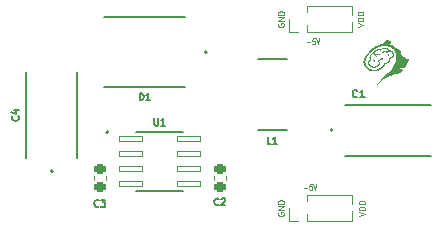
<source format=gto>
%TF.GenerationSoftware,KiCad,Pcbnew,(6.99.0)*%
%TF.CreationDate,2023-03-13T14:24:00-07:00*%
%TF.ProjectId,emg-voltage-regulator,656d672d-766f-46c7-9461-67652d726567,rev?*%
%TF.SameCoordinates,Original*%
%TF.FileFunction,Legend,Top*%
%TF.FilePolarity,Positive*%
%FSLAX46Y46*%
G04 Gerber Fmt 4.6, Leading zero omitted, Abs format (unit mm)*
G04 Created by KiCad (PCBNEW (6.99.0)) date 2023-03-13 14:24:00*
%MOMM*%
%LPD*%
G01*
G04 APERTURE LIST*
G04 Aperture macros list*
%AMRoundRect*
0 Rectangle with rounded corners*
0 $1 Rounding radius*
0 $2 $3 $4 $5 $6 $7 $8 $9 X,Y pos of 4 corners*
0 Add a 4 corners polygon primitive as box body*
4,1,4,$2,$3,$4,$5,$6,$7,$8,$9,$2,$3,0*
0 Add four circle primitives for the rounded corners*
1,1,$1+$1,$2,$3*
1,1,$1+$1,$4,$5*
1,1,$1+$1,$6,$7*
1,1,$1+$1,$8,$9*
0 Add four rect primitives between the rounded corners*
20,1,$1+$1,$2,$3,$4,$5,0*
20,1,$1+$1,$4,$5,$6,$7,0*
20,1,$1+$1,$6,$7,$8,$9,0*
20,1,$1+$1,$8,$9,$2,$3,0*%
G04 Aperture macros list end*
%ADD10C,0.125000*%
%ADD11C,0.100000*%
%ADD12C,0.150000*%
%ADD13C,0.120000*%
%ADD14C,0.127000*%
%ADD15C,0.200000*%
%ADD16C,2.200000*%
%ADD17RoundRect,0.225000X-0.250000X0.225000X-0.250000X-0.225000X0.250000X-0.225000X0.250000X0.225000X0*%
%ADD18R,2.400000X2.900000*%
%ADD19RoundRect,0.041300X-0.943700X-0.253700X0.943700X-0.253700X0.943700X0.253700X-0.943700X0.253700X0*%
%ADD20R,1.600000X5.700000*%
%ADD21R,1.000000X1.000000*%
%ADD22O,1.000000X1.000000*%
%ADD23R,2.900000X2.400000*%
%ADD24R,2.250000X3.120000*%
%ADD25RoundRect,0.225000X0.250000X-0.225000X0.250000X0.225000X-0.250000X0.225000X-0.250000X-0.225000X0*%
G04 APERTURE END LIST*
D10*
X26293000Y-2412952D02*
X26269190Y-2460571D01*
X26269190Y-2532000D01*
X26293000Y-2603428D01*
X26340619Y-2651047D01*
X26388238Y-2674857D01*
X26483476Y-2698666D01*
X26554904Y-2698666D01*
X26650142Y-2674857D01*
X26697761Y-2651047D01*
X26745380Y-2603428D01*
X26769190Y-2532000D01*
X26769190Y-2484380D01*
X26745380Y-2412952D01*
X26721571Y-2389142D01*
X26554904Y-2389142D01*
X26554904Y-2484380D01*
X26769190Y-2174857D02*
X26269190Y-2174857D01*
X26769190Y-1889142D01*
X26269190Y-1889142D01*
X26769190Y-1651047D02*
X26269190Y-1651047D01*
X26269190Y-1532000D01*
X26293000Y-1460571D01*
X26340619Y-1412952D01*
X26388238Y-1389142D01*
X26483476Y-1365333D01*
X26554904Y-1365333D01*
X26650142Y-1389142D01*
X26697761Y-1412952D01*
X26745380Y-1460571D01*
X26769190Y-1532000D01*
X26769190Y-1651047D01*
X33000190Y-2698666D02*
X33500190Y-2532000D01*
X33000190Y-2365333D01*
X33500190Y-2198666D02*
X33000190Y-2198666D01*
X33000190Y-2079619D01*
X33024000Y-2008190D01*
X33071619Y-1960571D01*
X33119238Y-1936761D01*
X33214476Y-1912952D01*
X33285904Y-1912952D01*
X33381142Y-1936761D01*
X33428761Y-1960571D01*
X33476380Y-2008190D01*
X33500190Y-2079619D01*
X33500190Y-2198666D01*
X33500190Y-1698666D02*
X33000190Y-1698666D01*
X33000190Y-1579619D01*
X33024000Y-1508190D01*
X33071619Y-1460571D01*
X33119238Y-1436761D01*
X33214476Y-1412952D01*
X33285904Y-1412952D01*
X33381142Y-1436761D01*
X33428761Y-1460571D01*
X33476380Y-1508190D01*
X33500190Y-1579619D01*
X33500190Y-1698666D01*
D11*
X28441714Y-16291714D02*
X28746476Y-16291714D01*
X29127428Y-15982190D02*
X28936952Y-15982190D01*
X28917904Y-16220285D01*
X28936952Y-16196476D01*
X28975047Y-16172666D01*
X29070285Y-16172666D01*
X29108380Y-16196476D01*
X29127428Y-16220285D01*
X29146476Y-16267904D01*
X29146476Y-16386952D01*
X29127428Y-16434571D01*
X29108380Y-16458380D01*
X29070285Y-16482190D01*
X28975047Y-16482190D01*
X28936952Y-16458380D01*
X28917904Y-16434571D01*
X29260761Y-15982190D02*
X29394095Y-16482190D01*
X29527428Y-15982190D01*
X28695714Y-3972714D02*
X29000476Y-3972714D01*
X29381428Y-3663190D02*
X29190952Y-3663190D01*
X29171904Y-3901285D01*
X29190952Y-3877476D01*
X29229047Y-3853666D01*
X29324285Y-3853666D01*
X29362380Y-3877476D01*
X29381428Y-3901285D01*
X29400476Y-3948904D01*
X29400476Y-4067952D01*
X29381428Y-4115571D01*
X29362380Y-4139380D01*
X29324285Y-4163190D01*
X29229047Y-4163190D01*
X29190952Y-4139380D01*
X29171904Y-4115571D01*
X29514761Y-3663190D02*
X29648095Y-4163190D01*
X29781428Y-3663190D01*
D10*
X33127190Y-18700666D02*
X33627190Y-18534000D01*
X33127190Y-18367333D01*
X33627190Y-18200666D02*
X33127190Y-18200666D01*
X33127190Y-18081619D01*
X33151000Y-18010190D01*
X33198619Y-17962571D01*
X33246238Y-17938761D01*
X33341476Y-17914952D01*
X33412904Y-17914952D01*
X33508142Y-17938761D01*
X33555761Y-17962571D01*
X33603380Y-18010190D01*
X33627190Y-18081619D01*
X33627190Y-18200666D01*
X33627190Y-17700666D02*
X33127190Y-17700666D01*
X33127190Y-17581619D01*
X33151000Y-17510190D01*
X33198619Y-17462571D01*
X33246238Y-17438761D01*
X33341476Y-17414952D01*
X33412904Y-17414952D01*
X33508142Y-17438761D01*
X33555761Y-17462571D01*
X33603380Y-17510190D01*
X33627190Y-17581619D01*
X33627190Y-17700666D01*
X26293000Y-18414952D02*
X26269190Y-18462571D01*
X26269190Y-18534000D01*
X26293000Y-18605428D01*
X26340619Y-18653047D01*
X26388238Y-18676857D01*
X26483476Y-18700666D01*
X26554904Y-18700666D01*
X26650142Y-18676857D01*
X26697761Y-18653047D01*
X26745380Y-18605428D01*
X26769190Y-18534000D01*
X26769190Y-18486380D01*
X26745380Y-18414952D01*
X26721571Y-18391142D01*
X26554904Y-18391142D01*
X26554904Y-18486380D01*
X26769190Y-18176857D02*
X26269190Y-18176857D01*
X26769190Y-17891142D01*
X26269190Y-17891142D01*
X26769190Y-17653047D02*
X26269190Y-17653047D01*
X26269190Y-17534000D01*
X26293000Y-17462571D01*
X26340619Y-17414952D01*
X26388238Y-17391142D01*
X26483476Y-17367333D01*
X26554904Y-17367333D01*
X26650142Y-17391142D01*
X26697761Y-17414952D01*
X26745380Y-17462571D01*
X26769190Y-17534000D01*
X26769190Y-17653047D01*
D12*
%TO.C,C2*%
X21236000Y-17740285D02*
X21207428Y-17768857D01*
X21121714Y-17797428D01*
X21064571Y-17797428D01*
X20978857Y-17768857D01*
X20921714Y-17711714D01*
X20893142Y-17654571D01*
X20864571Y-17540285D01*
X20864571Y-17454571D01*
X20893142Y-17340285D01*
X20921714Y-17283142D01*
X20978857Y-17226000D01*
X21064571Y-17197428D01*
X21121714Y-17197428D01*
X21207428Y-17226000D01*
X21236000Y-17254571D01*
X21464571Y-17254571D02*
X21493142Y-17226000D01*
X21550285Y-17197428D01*
X21693142Y-17197428D01*
X21750285Y-17226000D01*
X21778857Y-17254571D01*
X21807428Y-17311714D01*
X21807428Y-17368857D01*
X21778857Y-17454571D01*
X21436000Y-17797428D01*
X21807428Y-17797428D01*
%TO.C,C1*%
X32985333Y-8602171D02*
X32954857Y-8632647D01*
X32863428Y-8663123D01*
X32802476Y-8663123D01*
X32711047Y-8632647D01*
X32650095Y-8571695D01*
X32619619Y-8510742D01*
X32589142Y-8388838D01*
X32589142Y-8297409D01*
X32619619Y-8175504D01*
X32650095Y-8114552D01*
X32711047Y-8053600D01*
X32802476Y-8023123D01*
X32863428Y-8023123D01*
X32954857Y-8053600D01*
X32985333Y-8084076D01*
X33594857Y-8663123D02*
X33229142Y-8663123D01*
X33412000Y-8663123D02*
X33412000Y-8023123D01*
X33351047Y-8114552D01*
X33290095Y-8175504D01*
X33229142Y-8205980D01*
%TO.C,U1*%
X15798857Y-10436428D02*
X15798857Y-10922142D01*
X15827428Y-10979285D01*
X15856000Y-11007857D01*
X15913142Y-11036428D01*
X16027428Y-11036428D01*
X16084571Y-11007857D01*
X16113142Y-10979285D01*
X16141714Y-10922142D01*
X16141714Y-10436428D01*
X16741714Y-11036428D02*
X16398857Y-11036428D01*
X16570285Y-11036428D02*
X16570285Y-10436428D01*
X16513142Y-10522142D01*
X16456000Y-10579285D01*
X16398857Y-10607857D01*
%TO.C,L1*%
X25681000Y-12590428D02*
X25395285Y-12590428D01*
X25395285Y-11990428D01*
X26195285Y-12590428D02*
X25852428Y-12590428D01*
X26023857Y-12590428D02*
X26023857Y-11990428D01*
X25966714Y-12076142D01*
X25909571Y-12133285D01*
X25852428Y-12161857D01*
%TO.C,C4*%
X4269885Y-10260000D02*
X4298457Y-10288571D01*
X4327028Y-10374285D01*
X4327028Y-10431428D01*
X4298457Y-10517142D01*
X4241314Y-10574285D01*
X4184171Y-10602857D01*
X4069885Y-10631428D01*
X3984171Y-10631428D01*
X3869885Y-10602857D01*
X3812742Y-10574285D01*
X3755600Y-10517142D01*
X3727028Y-10431428D01*
X3727028Y-10374285D01*
X3755600Y-10288571D01*
X3784171Y-10260000D01*
X3927028Y-9745714D02*
X4327028Y-9745714D01*
X3698457Y-9888571D02*
X4127028Y-10031428D01*
X4127028Y-9660000D01*
%TO.C,D1*%
X14543142Y-8907428D02*
X14543142Y-8307428D01*
X14686000Y-8307428D01*
X14771714Y-8336000D01*
X14828857Y-8393142D01*
X14857428Y-8450285D01*
X14886000Y-8564571D01*
X14886000Y-8650285D01*
X14857428Y-8764571D01*
X14828857Y-8821714D01*
X14771714Y-8878857D01*
X14686000Y-8907428D01*
X14543142Y-8907428D01*
X15457428Y-8907428D02*
X15114571Y-8907428D01*
X15286000Y-8907428D02*
X15286000Y-8307428D01*
X15228857Y-8393142D01*
X15171714Y-8450285D01*
X15114571Y-8478857D01*
%TO.C,C3*%
X11076000Y-17867285D02*
X11047428Y-17895857D01*
X10961714Y-17924428D01*
X10904571Y-17924428D01*
X10818857Y-17895857D01*
X10761714Y-17838714D01*
X10733142Y-17781571D01*
X10704571Y-17667285D01*
X10704571Y-17581571D01*
X10733142Y-17467285D01*
X10761714Y-17410142D01*
X10818857Y-17353000D01*
X10904571Y-17324428D01*
X10961714Y-17324428D01*
X11047428Y-17353000D01*
X11076000Y-17381571D01*
X11276000Y-17324428D02*
X11647428Y-17324428D01*
X11447428Y-17553000D01*
X11533142Y-17553000D01*
X11590285Y-17581571D01*
X11618857Y-17610142D01*
X11647428Y-17667285D01*
X11647428Y-17810142D01*
X11618857Y-17867285D01*
X11590285Y-17895857D01*
X11533142Y-17924428D01*
X11361714Y-17924428D01*
X11304571Y-17895857D01*
X11276000Y-17867285D01*
D13*
%TO.C,C2*%
X20826000Y-15353420D02*
X20826000Y-15634580D01*
X21846000Y-15353420D02*
X21846000Y-15634580D01*
D14*
%TO.C,C1*%
X31910000Y-13580000D02*
X39210000Y-13580000D01*
X31910000Y-9280000D02*
X39210000Y-9280000D01*
D15*
X30910000Y-11430000D02*
G75*
G03*
X30910000Y-11430000I-100000J0D01*
G01*
D14*
%TO.C,U1*%
X14256000Y-11577000D02*
X18256000Y-11577000D01*
X14256000Y-16617000D02*
X18256000Y-16617000D01*
D15*
X11911000Y-11602000D02*
G75*
G03*
X11911000Y-11602000I-100000J0D01*
G01*
D14*
%TO.C,L1*%
X24551000Y-5382000D02*
X27011000Y-5382000D01*
X24551000Y-11382000D02*
X27011000Y-11382000D01*
D13*
%TO.C,J2*%
X27240000Y-3110000D02*
X27240000Y-2000000D01*
X28760000Y-1436529D02*
X28760000Y-890000D01*
X28760000Y-3110000D02*
X28760000Y-2563471D01*
X32505000Y-3110000D02*
X32505000Y-2307530D01*
X28000000Y-3110000D02*
X27240000Y-3110000D01*
X28760000Y-890000D02*
X32505000Y-890000D01*
X28760000Y-3110000D02*
X32505000Y-3110000D01*
X32505000Y-1692470D02*
X32505000Y-890000D01*
%TO.C,G\u002A\u002A\u002A*%
G36*
X34613340Y-4998884D02*
G01*
X34630353Y-4992653D01*
X34646108Y-4987898D01*
X34661474Y-4984451D01*
X34677319Y-4982142D01*
X34694511Y-4980802D01*
X34708590Y-4980335D01*
X34736333Y-4979828D01*
X34740877Y-4970608D01*
X34747512Y-4960111D01*
X34756455Y-4950344D01*
X34767088Y-4941792D01*
X34778794Y-4934938D01*
X34790957Y-4930265D01*
X34793120Y-4929699D01*
X34806604Y-4927805D01*
X34820649Y-4928306D01*
X34834483Y-4931074D01*
X34847336Y-4935982D01*
X34854087Y-4939792D01*
X34866039Y-4949141D01*
X34875736Y-4960045D01*
X34883140Y-4972175D01*
X34888213Y-4985203D01*
X34890917Y-4998802D01*
X34891217Y-5012644D01*
X34889072Y-5026400D01*
X34884447Y-5039743D01*
X34877304Y-5052345D01*
X34868218Y-5063264D01*
X34856740Y-5073121D01*
X34844420Y-5080237D01*
X34831038Y-5084696D01*
X34816374Y-5086580D01*
X34807146Y-5086524D01*
X34794404Y-5085072D01*
X34783121Y-5081856D01*
X34772233Y-5076517D01*
X34766337Y-5072757D01*
X34755095Y-5063360D01*
X34745759Y-5051974D01*
X34738616Y-5039054D01*
X34733950Y-5025057D01*
X34732799Y-5018984D01*
X34732159Y-5014457D01*
X34731486Y-5011208D01*
X34730349Y-5009090D01*
X34728316Y-5007953D01*
X34724953Y-5007649D01*
X34719829Y-5008031D01*
X34712511Y-5008951D01*
X34706034Y-5009811D01*
X34679291Y-5014714D01*
X34653751Y-5022223D01*
X34629533Y-5032278D01*
X34606759Y-5044818D01*
X34585548Y-5059782D01*
X34566023Y-5077110D01*
X34559811Y-5083504D01*
X34555191Y-5088552D01*
X34551421Y-5092880D01*
X34548901Y-5096014D01*
X34548028Y-5097460D01*
X34549082Y-5099417D01*
X34551992Y-5102907D01*
X34556386Y-5107557D01*
X34561889Y-5112993D01*
X34568126Y-5118840D01*
X34574724Y-5124726D01*
X34578848Y-5128244D01*
X34604286Y-5147633D01*
X34631708Y-5164938D01*
X34660981Y-5180106D01*
X34691973Y-5193085D01*
X34724550Y-5203823D01*
X34758579Y-5212267D01*
X34793928Y-5218366D01*
X34814767Y-5220787D01*
X34821630Y-5221516D01*
X34827286Y-5222249D01*
X34831174Y-5222903D01*
X34832737Y-5223396D01*
X34832745Y-5223424D01*
X34831380Y-5224154D01*
X34827608Y-5225277D01*
X34821914Y-5226686D01*
X34814784Y-5228274D01*
X34806702Y-5229932D01*
X34798154Y-5231554D01*
X34789626Y-5233031D01*
X34788717Y-5233179D01*
X34779956Y-5234245D01*
X34768897Y-5235046D01*
X34756162Y-5235585D01*
X34742377Y-5235862D01*
X34728165Y-5235877D01*
X34714150Y-5235630D01*
X34700958Y-5235123D01*
X34689211Y-5234356D01*
X34679535Y-5233328D01*
X34677912Y-5233093D01*
X34665275Y-5230849D01*
X34651095Y-5227816D01*
X34636331Y-5224236D01*
X34621943Y-5220350D01*
X34608890Y-5216399D01*
X34601596Y-5213917D01*
X34588198Y-5208600D01*
X34573458Y-5201909D01*
X34558312Y-5194320D01*
X34543698Y-5186304D01*
X34530554Y-5178338D01*
X34528215Y-5176813D01*
X34503049Y-5158555D01*
X34480231Y-5138638D01*
X34459811Y-5117135D01*
X34441839Y-5094121D01*
X34426363Y-5069671D01*
X34413434Y-5043858D01*
X34403101Y-5016756D01*
X34395414Y-4988440D01*
X34392595Y-4973948D01*
X34391388Y-4966322D01*
X34390405Y-4959116D01*
X34389749Y-4953168D01*
X34389526Y-4949456D01*
X34389221Y-4945581D01*
X34388453Y-4943296D01*
X34388033Y-4943035D01*
X34386135Y-4943479D01*
X34382049Y-4944689D01*
X34376368Y-4946482D01*
X34369681Y-4948678D01*
X34369321Y-4948798D01*
X34338588Y-4960469D01*
X34309705Y-4974334D01*
X34282448Y-4990533D01*
X34256594Y-5009205D01*
X34231920Y-5030486D01*
X34222193Y-5039898D01*
X34204723Y-5058279D01*
X34189499Y-5076414D01*
X34175999Y-5095028D01*
X34163697Y-5114844D01*
X34152069Y-5136585D01*
X34151953Y-5136817D01*
X34140526Y-5161733D01*
X34131484Y-5186094D01*
X34124588Y-5210660D01*
X34119596Y-5236190D01*
X34118736Y-5241968D01*
X34117709Y-5251827D01*
X34117057Y-5263651D01*
X34116770Y-5276718D01*
X34116837Y-5290306D01*
X34117247Y-5303695D01*
X34117990Y-5316162D01*
X34119056Y-5326986D01*
X34120088Y-5333744D01*
X34125415Y-5356557D01*
X34132612Y-5378972D01*
X34141363Y-5400078D01*
X34146929Y-5411182D01*
X34150219Y-5417033D01*
X34154154Y-5423624D01*
X34158398Y-5430441D01*
X34162616Y-5436968D01*
X34166473Y-5442689D01*
X34169634Y-5447090D01*
X34171763Y-5449656D01*
X34172203Y-5450025D01*
X34174164Y-5450501D01*
X34178400Y-5451126D01*
X34184262Y-5451813D01*
X34190217Y-5452398D01*
X34214889Y-5455188D01*
X34237911Y-5459049D01*
X34259790Y-5464155D01*
X34281036Y-5470681D01*
X34302158Y-5478800D01*
X34323663Y-5488686D01*
X34346062Y-5500513D01*
X34367394Y-5512954D01*
X34390025Y-5526661D01*
X34396013Y-5523351D01*
X34406383Y-5518968D01*
X34418390Y-5516106D01*
X34431095Y-5514879D01*
X34443559Y-5515398D01*
X34451166Y-5516745D01*
X34465085Y-5521579D01*
X34477759Y-5528888D01*
X34488904Y-5538372D01*
X34498235Y-5549732D01*
X34505469Y-5562670D01*
X34510321Y-5576887D01*
X34510932Y-5579622D01*
X34512422Y-5593929D01*
X34511169Y-5608202D01*
X34507344Y-5622030D01*
X34501116Y-5635004D01*
X34492652Y-5646712D01*
X34482123Y-5656742D01*
X34477948Y-5659803D01*
X34466844Y-5666395D01*
X34455900Y-5670677D01*
X34444054Y-5673008D01*
X34437139Y-5673570D01*
X34421627Y-5673147D01*
X34407525Y-5670200D01*
X34394612Y-5664644D01*
X34382670Y-5656395D01*
X34376068Y-5650310D01*
X34366359Y-5638511D01*
X34359212Y-5625491D01*
X34354705Y-5611554D01*
X34352920Y-5597009D01*
X34353001Y-5595820D01*
X34384410Y-5595820D01*
X34385931Y-5606710D01*
X34389976Y-5617259D01*
X34394616Y-5624550D01*
X34401250Y-5631232D01*
X34409966Y-5636954D01*
X34417851Y-5640450D01*
X34426431Y-5642305D01*
X34436117Y-5642458D01*
X34445663Y-5640964D01*
X34451744Y-5638905D01*
X34459364Y-5634374D01*
X34466796Y-5627936D01*
X34473069Y-5620511D01*
X34475858Y-5615995D01*
X34477745Y-5612034D01*
X34478909Y-5608317D01*
X34479518Y-5603918D01*
X34479742Y-5597908D01*
X34479762Y-5594656D01*
X34479654Y-5587513D01*
X34479200Y-5582364D01*
X34478244Y-5578278D01*
X34476629Y-5574319D01*
X34476228Y-5573489D01*
X34469980Y-5563999D01*
X34461435Y-5555917D01*
X34453784Y-5551058D01*
X34449551Y-5549029D01*
X34445689Y-5547804D01*
X34441194Y-5547187D01*
X34435065Y-5546982D01*
X34432820Y-5546972D01*
X34425940Y-5547088D01*
X34420940Y-5547585D01*
X34416774Y-5548660D01*
X34412392Y-5550512D01*
X34411304Y-5551038D01*
X34401646Y-5557295D01*
X34394031Y-5565325D01*
X34388556Y-5574704D01*
X34385317Y-5585010D01*
X34384410Y-5595820D01*
X34353001Y-5595820D01*
X34353936Y-5582160D01*
X34355884Y-5573376D01*
X34357350Y-5568046D01*
X34358496Y-5563699D01*
X34359087Y-5561226D01*
X34359101Y-5561149D01*
X34358012Y-5559563D01*
X34354637Y-5556858D01*
X34349310Y-5553236D01*
X34342366Y-5548900D01*
X34334138Y-5544050D01*
X34324964Y-5538889D01*
X34315175Y-5533618D01*
X34305108Y-5528440D01*
X34303768Y-5527770D01*
X34284389Y-5518814D01*
X34265394Y-5511552D01*
X34246045Y-5505772D01*
X34225602Y-5501265D01*
X34203327Y-5497820D01*
X34194979Y-5496829D01*
X34172877Y-5494382D01*
X34153019Y-5506878D01*
X34136273Y-5517775D01*
X34121585Y-5528162D01*
X34108270Y-5538567D01*
X34095641Y-5549517D01*
X34086691Y-5557937D01*
X34066423Y-5579283D01*
X34048976Y-5601329D01*
X34034299Y-5624163D01*
X34022341Y-5647875D01*
X34013052Y-5672552D01*
X34006380Y-5698284D01*
X34006183Y-5699256D01*
X34004119Y-5712922D01*
X34002925Y-5728389D01*
X34002598Y-5744699D01*
X34003136Y-5760896D01*
X34004539Y-5776025D01*
X34006324Y-5786914D01*
X34013227Y-5813165D01*
X34022916Y-5838675D01*
X34035289Y-5863231D01*
X34050244Y-5886619D01*
X34060347Y-5899920D01*
X34067328Y-5907996D01*
X34076045Y-5917207D01*
X34085867Y-5926952D01*
X34096165Y-5936627D01*
X34106306Y-5945632D01*
X34115663Y-5953363D01*
X34118810Y-5955788D01*
X34145882Y-5974375D01*
X34174979Y-5990974D01*
X34205859Y-6005466D01*
X34238286Y-6017732D01*
X34253158Y-6022447D01*
X34277751Y-6029046D01*
X34303067Y-6034438D01*
X34328556Y-6038559D01*
X34353666Y-6041343D01*
X34377844Y-6042728D01*
X34400539Y-6042649D01*
X34417191Y-6041496D01*
X34457226Y-6036186D01*
X34495290Y-6028750D01*
X34531460Y-6019169D01*
X34565810Y-6007420D01*
X34598417Y-5993482D01*
X34607467Y-5989074D01*
X34637611Y-5972627D01*
X34665218Y-5954765D01*
X34690276Y-5935496D01*
X34712775Y-5914833D01*
X34732703Y-5892783D01*
X34750052Y-5869359D01*
X34764809Y-5844569D01*
X34769621Y-5835032D01*
X34775579Y-5822065D01*
X34780304Y-5810285D01*
X34784182Y-5798567D01*
X34787599Y-5785785D01*
X34789782Y-5776247D01*
X34791117Y-5769872D01*
X34792112Y-5764293D01*
X34792819Y-5758885D01*
X34793288Y-5753026D01*
X34793568Y-5746090D01*
X34793710Y-5737455D01*
X34793764Y-5726741D01*
X34793749Y-5715536D01*
X34793619Y-5706644D01*
X34793333Y-5699442D01*
X34792847Y-5693310D01*
X34792118Y-5687624D01*
X34791105Y-5681765D01*
X34790468Y-5678522D01*
X34783266Y-5650265D01*
X34773204Y-5622574D01*
X34760312Y-5595492D01*
X34744616Y-5569059D01*
X34726147Y-5543317D01*
X34704931Y-5518307D01*
X34680998Y-5494070D01*
X34654376Y-5470649D01*
X34639909Y-5459136D01*
X34633516Y-5454199D01*
X34627735Y-5449709D01*
X34623071Y-5446060D01*
X34620025Y-5443645D01*
X34619362Y-5443103D01*
X34617373Y-5441329D01*
X34617692Y-5440880D01*
X34620601Y-5441394D01*
X34620675Y-5441409D01*
X34627105Y-5443049D01*
X34635551Y-5445685D01*
X34645366Y-5449078D01*
X34655904Y-5452988D01*
X34666519Y-5457173D01*
X34676564Y-5461395D01*
X34685394Y-5465414D01*
X34685693Y-5465557D01*
X34710396Y-5478308D01*
X34732769Y-5491745D01*
X34753406Y-5506279D01*
X34772900Y-5522324D01*
X34788922Y-5537367D01*
X34807472Y-5555764D01*
X34820476Y-5538215D01*
X34827626Y-5529163D01*
X34836488Y-5518877D01*
X34846503Y-5507935D01*
X34857110Y-5496917D01*
X34867752Y-5486400D01*
X34877867Y-5476962D01*
X34886897Y-5469183D01*
X34888515Y-5467884D01*
X34912101Y-5450377D01*
X34936356Y-5434748D01*
X34961949Y-5420606D01*
X34989550Y-5407561D01*
X34998219Y-5403846D01*
X35000095Y-5402698D01*
X35001092Y-5400732D01*
X35001208Y-5399650D01*
X35032811Y-5399650D01*
X35034135Y-5410513D01*
X35036962Y-5418760D01*
X35043252Y-5429028D01*
X35051290Y-5437081D01*
X35060768Y-5442799D01*
X35071379Y-5446061D01*
X35082813Y-5446745D01*
X35094762Y-5444733D01*
X35099442Y-5443211D01*
X35107655Y-5438810D01*
X35115317Y-5432175D01*
X35121709Y-5423999D01*
X35124534Y-5418866D01*
X35127794Y-5408688D01*
X35128732Y-5397658D01*
X35127348Y-5386719D01*
X35124534Y-5378593D01*
X35118262Y-5368464D01*
X35110065Y-5360416D01*
X35100264Y-5354656D01*
X35089183Y-5351388D01*
X35080772Y-5350693D01*
X35068980Y-5352080D01*
X35058243Y-5356104D01*
X35048882Y-5362560D01*
X35041219Y-5371243D01*
X35037011Y-5378593D01*
X35033770Y-5388692D01*
X35032811Y-5399650D01*
X35001208Y-5399650D01*
X35001476Y-5397141D01*
X35001521Y-5393779D01*
X35002732Y-5382821D01*
X35006132Y-5371210D01*
X35011370Y-5359761D01*
X35018093Y-5349291D01*
X35023260Y-5343225D01*
X35032059Y-5335582D01*
X35042554Y-5328788D01*
X35053509Y-5323624D01*
X35055432Y-5322929D01*
X35066008Y-5320401D01*
X35077985Y-5319338D01*
X35090221Y-5319739D01*
X35101572Y-5321604D01*
X35106112Y-5322929D01*
X35120073Y-5329194D01*
X35132248Y-5337659D01*
X35142451Y-5348065D01*
X35150499Y-5360153D01*
X35156208Y-5373664D01*
X35159393Y-5388340D01*
X35160023Y-5398730D01*
X35158638Y-5414042D01*
X35154606Y-5428364D01*
X35148110Y-5441438D01*
X35139335Y-5453003D01*
X35128465Y-5462802D01*
X35115685Y-5470574D01*
X35106112Y-5474530D01*
X35095751Y-5477017D01*
X35083984Y-5478101D01*
X35071943Y-5477782D01*
X35060760Y-5476058D01*
X35055663Y-5474607D01*
X35041990Y-5468479D01*
X35029807Y-5460121D01*
X35019527Y-5449857D01*
X35013733Y-5441791D01*
X35008452Y-5433236D01*
X35000217Y-5437900D01*
X34974660Y-5453533D01*
X34950281Y-5470746D01*
X34927337Y-5489288D01*
X34906087Y-5508908D01*
X34886787Y-5529354D01*
X34869695Y-5550376D01*
X34855069Y-5571722D01*
X34845206Y-5589077D01*
X34839489Y-5600184D01*
X34848552Y-5617718D01*
X34861047Y-5644486D01*
X34870732Y-5671145D01*
X34877693Y-5698071D01*
X34882016Y-5725640D01*
X34883787Y-5754225D01*
X34883676Y-5771504D01*
X34881759Y-5799338D01*
X34877630Y-5826014D01*
X34871155Y-5852061D01*
X34862200Y-5878009D01*
X34850631Y-5904389D01*
X34849594Y-5906524D01*
X34834394Y-5934294D01*
X34816596Y-5960919D01*
X34796352Y-5986277D01*
X34773815Y-6010249D01*
X34749135Y-6032715D01*
X34722466Y-6053552D01*
X34693960Y-6072642D01*
X34663768Y-6089864D01*
X34632044Y-6105096D01*
X34598938Y-6118218D01*
X34570720Y-6127364D01*
X34543772Y-6134518D01*
X34516827Y-6140156D01*
X34489133Y-6144399D01*
X34459939Y-6147371D01*
X34440159Y-6148661D01*
X34431040Y-6148934D01*
X34419598Y-6148954D01*
X34406430Y-6148749D01*
X34392137Y-6148341D01*
X34377315Y-6147758D01*
X34362563Y-6147023D01*
X34348481Y-6146163D01*
X34335666Y-6145203D01*
X34324718Y-6144167D01*
X34319814Y-6143588D01*
X34279765Y-6137054D01*
X34240744Y-6127987D01*
X34202902Y-6116448D01*
X34166387Y-6102498D01*
X34131347Y-6086198D01*
X34097931Y-6067609D01*
X34066288Y-6046792D01*
X34045370Y-6031004D01*
X34035705Y-6022885D01*
X34024942Y-6013157D01*
X34013689Y-6002421D01*
X34002556Y-5991283D01*
X33992150Y-5980345D01*
X33983080Y-5970210D01*
X33978313Y-5964495D01*
X33958577Y-5937780D01*
X33941534Y-5910156D01*
X33927208Y-5881737D01*
X33915620Y-5852640D01*
X33906794Y-5822981D01*
X33900753Y-5792877D01*
X33897519Y-5762443D01*
X33897115Y-5731797D01*
X33899563Y-5701053D01*
X33904887Y-5670330D01*
X33913108Y-5639742D01*
X33914217Y-5636309D01*
X33925396Y-5606810D01*
X33939201Y-5578391D01*
X33955667Y-5551003D01*
X33974828Y-5524598D01*
X33996719Y-5499125D01*
X34021376Y-5474537D01*
X34040558Y-5457606D01*
X34048954Y-5450546D01*
X34045950Y-5444657D01*
X34041146Y-5434249D01*
X34036155Y-5421666D01*
X34031219Y-5407640D01*
X34026575Y-5392901D01*
X34022464Y-5378179D01*
X34019125Y-5364205D01*
X34018370Y-5360572D01*
X34016278Y-5349684D01*
X34014658Y-5340061D01*
X34013455Y-5331047D01*
X34012613Y-5321984D01*
X34012077Y-5312217D01*
X34011791Y-5301088D01*
X34011699Y-5287943D01*
X34011703Y-5282054D01*
X34011776Y-5269265D01*
X34011952Y-5258804D01*
X34012266Y-5250065D01*
X34012751Y-5242442D01*
X34013444Y-5235328D01*
X34014380Y-5228117D01*
X34015069Y-5223506D01*
X34022082Y-5187756D01*
X34031848Y-5152909D01*
X34044292Y-5119078D01*
X34059341Y-5086372D01*
X34076921Y-5054903D01*
X34096960Y-5024782D01*
X34119384Y-4996118D01*
X34144118Y-4969023D01*
X34171090Y-4943608D01*
X34200225Y-4919982D01*
X34230962Y-4898573D01*
X34240561Y-4892750D01*
X34252217Y-4886259D01*
X34265232Y-4879443D01*
X34278906Y-4872646D01*
X34292542Y-4866212D01*
X34305440Y-4860484D01*
X34316903Y-4855804D01*
X34321273Y-4854180D01*
X34332702Y-4850277D01*
X34345003Y-4846391D01*
X34357418Y-4842737D01*
X34369190Y-4839534D01*
X34379560Y-4836997D01*
X34386103Y-4835637D01*
X34395173Y-4833966D01*
X34402133Y-4817159D01*
X34410787Y-4798447D01*
X34421436Y-4779011D01*
X34433570Y-4759659D01*
X34446679Y-4741198D01*
X34460254Y-4724437D01*
X34461611Y-4722893D01*
X34486480Y-4696977D01*
X34513115Y-4673393D01*
X34541522Y-4652138D01*
X34571710Y-4633207D01*
X34603686Y-4616596D01*
X34637460Y-4602299D01*
X34673038Y-4590314D01*
X34710429Y-4580634D01*
X34721151Y-4578351D01*
X34735859Y-4575550D01*
X34749604Y-4573372D01*
X34763092Y-4571757D01*
X34777026Y-4570639D01*
X34792109Y-4569958D01*
X34809046Y-4569649D01*
X34818803Y-4569614D01*
X34837765Y-4569786D01*
X34854528Y-4570335D01*
X34869816Y-4571336D01*
X34884349Y-4572865D01*
X34898851Y-4574995D01*
X34914042Y-4577803D01*
X34929776Y-4581168D01*
X34945006Y-4584591D01*
X34962849Y-4567345D01*
X34987534Y-4545420D01*
X35013907Y-4525773D01*
X35042168Y-4508264D01*
X35065362Y-4496143D01*
X35098023Y-4481888D01*
X35131894Y-4470098D01*
X35166742Y-4460764D01*
X35202335Y-4453878D01*
X35238441Y-4449432D01*
X35274828Y-4447418D01*
X35311263Y-4447827D01*
X35347516Y-4450650D01*
X35383352Y-4455881D01*
X35418541Y-4463510D01*
X35452850Y-4473529D01*
X35486048Y-4485931D01*
X35517901Y-4500706D01*
X35540209Y-4513008D01*
X35565395Y-4529318D01*
X35588965Y-4547417D01*
X35610698Y-4567072D01*
X35630372Y-4588053D01*
X35647769Y-4610125D01*
X35662667Y-4633059D01*
X35672955Y-4652537D01*
X35678825Y-4664922D01*
X35714048Y-4664999D01*
X35729620Y-4665153D01*
X35743017Y-4665599D01*
X35754988Y-4666424D01*
X35766285Y-4667715D01*
X35777660Y-4669558D01*
X35789865Y-4672041D01*
X35803650Y-4675248D01*
X35804306Y-4675408D01*
X35833096Y-4683682D01*
X35861808Y-4694372D01*
X35889888Y-4707206D01*
X35916782Y-4721914D01*
X35941934Y-4738223D01*
X35959255Y-4751288D01*
X35980248Y-4769910D01*
X36000193Y-4790944D01*
X36018742Y-4813953D01*
X36035548Y-4838499D01*
X36050261Y-4864142D01*
X36052631Y-4868782D01*
X36063294Y-4892146D01*
X36071936Y-4915847D01*
X36078802Y-4940655D01*
X36084124Y-4967251D01*
X36085234Y-4976111D01*
X36086058Y-4987253D01*
X36086594Y-5000035D01*
X36086843Y-5013820D01*
X36086806Y-5027966D01*
X36086483Y-5041834D01*
X36085874Y-5054785D01*
X36084979Y-5066178D01*
X36084071Y-5073653D01*
X36077805Y-5106065D01*
X36068872Y-5137305D01*
X36057320Y-5167285D01*
X36043197Y-5195918D01*
X36026552Y-5223115D01*
X36007432Y-5248789D01*
X35985887Y-5272851D01*
X35962049Y-5295143D01*
X35937080Y-5314706D01*
X35910335Y-5332221D01*
X35882188Y-5347499D01*
X35853013Y-5360351D01*
X35823182Y-5370589D01*
X35802286Y-5376058D01*
X35787791Y-5379364D01*
X35788733Y-5388313D01*
X35789958Y-5403397D01*
X35790613Y-5419310D01*
X35790680Y-5434967D01*
X35790142Y-5449285D01*
X35789744Y-5454499D01*
X35785527Y-5485103D01*
X35778482Y-5515069D01*
X35768667Y-5544313D01*
X35756137Y-5572754D01*
X35740947Y-5600308D01*
X35723153Y-5626894D01*
X35702810Y-5652428D01*
X35679974Y-5676827D01*
X35654701Y-5700010D01*
X35627047Y-5721893D01*
X35597066Y-5742395D01*
X35595171Y-5743594D01*
X35570611Y-5757966D01*
X35543863Y-5771612D01*
X35515644Y-5784224D01*
X35486672Y-5795492D01*
X35457665Y-5805108D01*
X35441805Y-5809621D01*
X35435319Y-5811250D01*
X35427405Y-5813082D01*
X35418625Y-5815004D01*
X35409539Y-5816902D01*
X35400709Y-5818664D01*
X35392695Y-5820178D01*
X35386059Y-5821329D01*
X35381361Y-5822005D01*
X35379626Y-5822136D01*
X35377853Y-5822518D01*
X35376018Y-5823940D01*
X35373791Y-5826813D01*
X35370842Y-5831551D01*
X35367619Y-5837179D01*
X35346250Y-5873910D01*
X35323278Y-5910978D01*
X35299103Y-5947800D01*
X35274124Y-5983793D01*
X35248741Y-6018374D01*
X35223353Y-6050958D01*
X35210637Y-6066494D01*
X35171538Y-6111411D01*
X35131311Y-6153672D01*
X35089973Y-6193265D01*
X35047541Y-6230180D01*
X35004032Y-6264406D01*
X34959463Y-6295933D01*
X34913852Y-6324749D01*
X34867217Y-6350844D01*
X34819573Y-6374207D01*
X34770939Y-6394827D01*
X34721332Y-6412693D01*
X34670768Y-6427796D01*
X34619266Y-6440123D01*
X34609668Y-6442092D01*
X34558807Y-6450770D01*
X34507535Y-6456575D01*
X34455968Y-6459526D01*
X34404221Y-6459636D01*
X34352411Y-6456924D01*
X34300651Y-6451403D01*
X34249059Y-6443092D01*
X34197748Y-6432005D01*
X34146835Y-6418159D01*
X34096434Y-6401570D01*
X34046662Y-6382253D01*
X33997634Y-6360226D01*
X33988133Y-6355598D01*
X33941542Y-6331127D01*
X33896842Y-6304592D01*
X33853717Y-6275782D01*
X33811849Y-6244489D01*
X33780981Y-6219179D01*
X33772423Y-6211640D01*
X33762377Y-6202377D01*
X33751275Y-6191821D01*
X33739549Y-6180404D01*
X33727629Y-6168556D01*
X33715949Y-6156709D01*
X33704938Y-6145294D01*
X33695029Y-6134742D01*
X33686654Y-6125485D01*
X33683016Y-6121288D01*
X33652278Y-6083097D01*
X33624389Y-6044222D01*
X33599348Y-6004666D01*
X33577159Y-5964433D01*
X33557823Y-5923526D01*
X33541340Y-5881949D01*
X33527714Y-5839705D01*
X33516945Y-5796798D01*
X33509034Y-5753231D01*
X33506574Y-5734813D01*
X33505627Y-5724769D01*
X33504873Y-5712469D01*
X33504317Y-5698525D01*
X33503962Y-5683547D01*
X33503811Y-5668145D01*
X33503870Y-5652930D01*
X33504142Y-5638512D01*
X33504631Y-5625502D01*
X33505341Y-5614510D01*
X33505768Y-5610066D01*
X33509117Y-5584415D01*
X33513554Y-5558564D01*
X33519207Y-5531892D01*
X33526204Y-5503776D01*
X33531793Y-5483520D01*
X33547499Y-5433155D01*
X33565992Y-5382165D01*
X33587215Y-5330646D01*
X33611109Y-5278693D01*
X33637618Y-5226402D01*
X33666682Y-5173868D01*
X33698244Y-5121186D01*
X33732247Y-5068452D01*
X33768631Y-5015761D01*
X33807340Y-4963209D01*
X33848315Y-4910891D01*
X33891499Y-4858903D01*
X33936833Y-4807339D01*
X33952894Y-4789739D01*
X33963985Y-4777866D01*
X33976818Y-4764412D01*
X33990979Y-4749791D01*
X34006057Y-4734417D01*
X34021639Y-4718703D01*
X34037313Y-4703063D01*
X34052666Y-4687911D01*
X34067286Y-4673660D01*
X34080760Y-4660724D01*
X34092677Y-4649516D01*
X34093068Y-4649154D01*
X34149773Y-4598112D01*
X34207515Y-4549104D01*
X34266191Y-4502184D01*
X34325702Y-4457408D01*
X34385945Y-4414830D01*
X34446819Y-4374507D01*
X34508224Y-4336493D01*
X34570057Y-4300844D01*
X34632219Y-4267614D01*
X34694607Y-4236859D01*
X34757121Y-4208635D01*
X34819659Y-4182995D01*
X34882121Y-4159997D01*
X34944405Y-4139694D01*
X35006409Y-4122142D01*
X35068033Y-4107396D01*
X35096660Y-4101486D01*
X35130480Y-4095204D01*
X35162679Y-4089966D01*
X35194321Y-4085625D01*
X35226468Y-4082034D01*
X35257256Y-4079279D01*
X35266240Y-4078549D01*
X35274155Y-4077885D01*
X35280563Y-4077326D01*
X35285024Y-4076911D01*
X35287100Y-4076678D01*
X35287194Y-4076654D01*
X35286986Y-4075219D01*
X35286241Y-4071591D01*
X35285098Y-4066435D01*
X35284524Y-4063934D01*
X35282947Y-4055018D01*
X35281751Y-4043985D01*
X35280955Y-4031634D01*
X35280580Y-4018762D01*
X35280646Y-4006165D01*
X35281174Y-3994642D01*
X35282184Y-3984988D01*
X35282469Y-3983216D01*
X35287687Y-3960826D01*
X35295254Y-3940132D01*
X35305181Y-3921127D01*
X35317476Y-3903804D01*
X35332149Y-3888156D01*
X35349208Y-3874176D01*
X35368663Y-3861857D01*
X35390522Y-3851193D01*
X35414795Y-3842176D01*
X35441491Y-3834800D01*
X35470619Y-3829056D01*
X35487428Y-3826623D01*
X35496787Y-3825703D01*
X35508544Y-3824983D01*
X35522168Y-3824462D01*
X35537126Y-3824140D01*
X35552889Y-3824018D01*
X35568925Y-3824095D01*
X35584703Y-3824371D01*
X35599692Y-3824846D01*
X35613361Y-3825519D01*
X35625180Y-3826390D01*
X35628192Y-3826680D01*
X35659827Y-3830638D01*
X35688795Y-3835750D01*
X35715141Y-3842039D01*
X35738908Y-3849530D01*
X35760139Y-3858246D01*
X35778877Y-3868211D01*
X35795165Y-3879449D01*
X35809048Y-3891985D01*
X35820567Y-3905842D01*
X35829767Y-3921044D01*
X35836691Y-3937615D01*
X35838355Y-3942939D01*
X35839645Y-3947755D01*
X35840564Y-3952299D01*
X35841170Y-3957229D01*
X35841525Y-3963200D01*
X35841689Y-3970870D01*
X35841723Y-3979547D01*
X35841607Y-3990996D01*
X35841233Y-4000188D01*
X35840554Y-4007790D01*
X35839520Y-4014474D01*
X35839011Y-4016971D01*
X35834505Y-4034323D01*
X35828274Y-4053146D01*
X35820588Y-4072754D01*
X35811717Y-4092465D01*
X35801931Y-4111594D01*
X35801105Y-4113099D01*
X35794805Y-4123988D01*
X35787070Y-4136506D01*
X35778329Y-4150018D01*
X35769011Y-4163888D01*
X35759546Y-4177480D01*
X35750363Y-4190157D01*
X35741891Y-4201282D01*
X35739866Y-4203833D01*
X35734619Y-4210401D01*
X35730075Y-4216143D01*
X35726528Y-4220683D01*
X35724272Y-4223645D01*
X35723587Y-4224650D01*
X35724761Y-4224212D01*
X35727904Y-4222595D01*
X35732450Y-4220097D01*
X35734961Y-4218674D01*
X35756974Y-4207475D01*
X35779510Y-4198678D01*
X35802305Y-4192314D01*
X35825097Y-4188411D01*
X35847622Y-4187001D01*
X35869617Y-4188113D01*
X35890820Y-4191778D01*
X35910966Y-4198024D01*
X35912176Y-4198497D01*
X35928320Y-4205767D01*
X35943549Y-4214502D01*
X35958164Y-4224950D01*
X35972464Y-4237362D01*
X35986750Y-4251986D01*
X36001323Y-4269072D01*
X36009057Y-4278940D01*
X36019564Y-4291639D01*
X36032388Y-4305359D01*
X36047214Y-4319817D01*
X36063729Y-4334731D01*
X36081618Y-4349818D01*
X36100568Y-4364796D01*
X36120265Y-4379384D01*
X36122800Y-4381191D01*
X36134442Y-4389362D01*
X36146262Y-4397457D01*
X36158455Y-4405595D01*
X36171213Y-4413893D01*
X36184733Y-4422467D01*
X36199207Y-4431435D01*
X36214829Y-4440915D01*
X36231795Y-4451024D01*
X36250298Y-4461879D01*
X36270531Y-4473597D01*
X36292690Y-4486297D01*
X36316969Y-4500094D01*
X36343561Y-4515107D01*
X36355496Y-4521820D01*
X36381540Y-4536485D01*
X36405193Y-4549877D01*
X36426649Y-4562112D01*
X36446100Y-4573307D01*
X36463741Y-4583580D01*
X36479764Y-4593048D01*
X36494363Y-4601828D01*
X36507731Y-4610038D01*
X36520063Y-4617794D01*
X36531550Y-4625214D01*
X36542388Y-4632416D01*
X36552768Y-4639516D01*
X36562885Y-4646633D01*
X36571134Y-4652573D01*
X36593480Y-4669578D01*
X36613116Y-4686196D01*
X36630207Y-4702642D01*
X36644916Y-4719130D01*
X36657406Y-4735877D01*
X36667842Y-4753097D01*
X36676387Y-4771005D01*
X36683205Y-4789817D01*
X36687527Y-4805671D01*
X36688884Y-4811651D01*
X36689882Y-4816897D01*
X36690577Y-4822048D01*
X36691021Y-4827743D01*
X36691270Y-4834623D01*
X36691377Y-4843325D01*
X36691397Y-4851309D01*
X36691288Y-4864413D01*
X36690877Y-4875408D01*
X36690061Y-4885115D01*
X36688731Y-4894352D01*
X36686784Y-4903942D01*
X36684113Y-4914703D01*
X36682406Y-4921021D01*
X36678875Y-4932563D01*
X36674387Y-4945244D01*
X36669211Y-4958449D01*
X36663613Y-4971563D01*
X36657862Y-4983972D01*
X36652223Y-4995060D01*
X36646966Y-5004212D01*
X36644758Y-5007591D01*
X36641229Y-5012707D01*
X36667088Y-5026083D01*
X36710784Y-5049931D01*
X36751870Y-5074940D01*
X36790468Y-5101203D01*
X36826701Y-5128812D01*
X36860691Y-5157859D01*
X36892561Y-5188437D01*
X36915324Y-5212627D01*
X36917029Y-5214459D01*
X36918913Y-5216325D01*
X36921130Y-5218330D01*
X36923834Y-5220579D01*
X36927178Y-5223178D01*
X36931318Y-5226232D01*
X36936406Y-5229847D01*
X36942597Y-5234130D01*
X36950045Y-5239184D01*
X36958904Y-5245116D01*
X36969328Y-5252032D01*
X36981470Y-5260036D01*
X36995485Y-5269235D01*
X37011527Y-5279734D01*
X37029750Y-5291639D01*
X37046545Y-5302601D01*
X37066530Y-5315640D01*
X37084207Y-5327165D01*
X37099725Y-5337271D01*
X37113234Y-5346047D01*
X37124884Y-5353587D01*
X37134824Y-5359982D01*
X37143205Y-5365324D01*
X37150175Y-5369706D01*
X37155885Y-5373219D01*
X37160484Y-5375955D01*
X37164121Y-5378006D01*
X37166947Y-5379464D01*
X37169111Y-5380421D01*
X37170763Y-5380969D01*
X37172052Y-5381201D01*
X37173128Y-5381207D01*
X37174141Y-5381080D01*
X37174228Y-5381066D01*
X37182518Y-5379621D01*
X37192908Y-5377623D01*
X37204650Y-5375230D01*
X37216997Y-5372600D01*
X37229200Y-5369892D01*
X37240511Y-5367263D01*
X37247272Y-5365612D01*
X37257404Y-5363134D01*
X37265252Y-5361416D01*
X37271355Y-5360425D01*
X37276256Y-5360125D01*
X37280494Y-5360482D01*
X37284610Y-5361462D01*
X37288955Y-5362958D01*
X37296014Y-5366699D01*
X37303533Y-5372573D01*
X37310885Y-5379983D01*
X37317443Y-5388335D01*
X37320230Y-5392678D01*
X37324621Y-5401148D01*
X37329065Y-5411583D01*
X37333208Y-5423043D01*
X37336698Y-5434588D01*
X37338160Y-5440413D01*
X37339638Y-5448768D01*
X37340811Y-5459225D01*
X37341647Y-5470964D01*
X37342115Y-5483164D01*
X37342183Y-5495005D01*
X37341818Y-5505667D01*
X37341021Y-5514109D01*
X37338245Y-5529237D01*
X37334307Y-5544237D01*
X37329454Y-5558377D01*
X37323930Y-5570923D01*
X37319063Y-5579524D01*
X37316732Y-5583223D01*
X37315130Y-5586274D01*
X37314087Y-5589389D01*
X37313431Y-5593282D01*
X37312990Y-5598665D01*
X37312594Y-5606250D01*
X37312584Y-5606463D01*
X37310477Y-5626994D01*
X37306266Y-5645972D01*
X37300035Y-5663254D01*
X37291866Y-5678698D01*
X37281843Y-5692163D01*
X37270050Y-5703507D01*
X37256570Y-5712589D01*
X37247619Y-5716929D01*
X37237942Y-5720296D01*
X37226953Y-5722992D01*
X37215991Y-5724741D01*
X37207464Y-5725274D01*
X37198653Y-5725274D01*
X37197240Y-5730777D01*
X37185054Y-5777256D01*
X37173106Y-5820833D01*
X37161386Y-5861531D01*
X37149885Y-5899375D01*
X37138596Y-5934386D01*
X37127508Y-5966590D01*
X37116614Y-5996008D01*
X37105904Y-6022664D01*
X37095369Y-6046581D01*
X37085002Y-6067783D01*
X37074793Y-6086293D01*
X37064732Y-6102133D01*
X37054813Y-6115329D01*
X37049816Y-6121036D01*
X37043696Y-6127179D01*
X37037672Y-6132088D01*
X37031058Y-6136162D01*
X37023168Y-6139802D01*
X37013317Y-6143409D01*
X37009217Y-6144758D01*
X36983372Y-6152537D01*
X36958653Y-6158779D01*
X36934316Y-6163606D01*
X36909618Y-6167139D01*
X36883813Y-6169498D01*
X36856158Y-6170806D01*
X36848291Y-6170995D01*
X36819521Y-6171101D01*
X36792190Y-6170207D01*
X36765648Y-6168236D01*
X36739246Y-6165108D01*
X36712336Y-6160744D01*
X36684269Y-6155066D01*
X36654394Y-6147996D01*
X36650625Y-6147042D01*
X36642288Y-6144972D01*
X36634958Y-6143254D01*
X36629095Y-6141988D01*
X36625160Y-6141272D01*
X36623622Y-6141200D01*
X36623352Y-6143160D01*
X36623751Y-6147375D01*
X36624714Y-6153273D01*
X36626133Y-6160278D01*
X36627905Y-6167815D01*
X36629888Y-6175194D01*
X36637275Y-6196723D01*
X36646441Y-6215994D01*
X36657541Y-6233194D01*
X36670730Y-6248512D01*
X36686164Y-6262132D01*
X36703997Y-6274244D01*
X36718475Y-6282169D01*
X36735998Y-6289879D01*
X36755501Y-6296582D01*
X36776143Y-6302081D01*
X36797081Y-6306177D01*
X36817473Y-6308671D01*
X36833993Y-6309384D01*
X36838365Y-6309610D01*
X36841240Y-6310193D01*
X36841909Y-6310735D01*
X36841321Y-6313646D01*
X36839689Y-6318714D01*
X36837212Y-6325434D01*
X36834091Y-6333306D01*
X36830526Y-6341825D01*
X36826715Y-6350489D01*
X36822858Y-6358795D01*
X36822666Y-6359196D01*
X36805443Y-6391697D01*
X36785580Y-6423130D01*
X36763229Y-6453332D01*
X36738541Y-6482141D01*
X36711669Y-6509393D01*
X36682765Y-6534925D01*
X36651981Y-6558574D01*
X36619468Y-6580177D01*
X36612961Y-6584124D01*
X36584100Y-6600512D01*
X36555669Y-6614852D01*
X36526636Y-6627639D01*
X36504358Y-6636319D01*
X36495760Y-6639429D01*
X36487970Y-6642037D01*
X36480569Y-6644216D01*
X36473138Y-6646040D01*
X36465258Y-6647581D01*
X36456509Y-6648914D01*
X36446473Y-6650110D01*
X36434731Y-6651244D01*
X36420862Y-6652388D01*
X36405843Y-6653515D01*
X36363516Y-6657502D01*
X36319335Y-6663435D01*
X36273271Y-6671321D01*
X36225298Y-6681167D01*
X36175389Y-6692980D01*
X36123516Y-6706768D01*
X36069652Y-6722538D01*
X36013771Y-6740297D01*
X35955844Y-6760052D01*
X35895845Y-6781811D01*
X35833747Y-6805581D01*
X35824853Y-6809083D01*
X35745266Y-6841277D01*
X35668017Y-6874066D01*
X35593198Y-6907407D01*
X35520901Y-6941257D01*
X35451220Y-6975570D01*
X35384246Y-7010304D01*
X35320074Y-7045415D01*
X35303850Y-7054606D01*
X35244547Y-7089320D01*
X35188126Y-7124145D01*
X35134538Y-7159121D01*
X35083728Y-7194290D01*
X35035647Y-7229690D01*
X34990243Y-7265363D01*
X34947463Y-7301350D01*
X34907257Y-7337689D01*
X34869572Y-7374423D01*
X34834358Y-7411590D01*
X34804842Y-7445318D01*
X34784337Y-7469045D01*
X34761786Y-7493925D01*
X34737048Y-7520110D01*
X34711890Y-7545831D01*
X34702165Y-7555558D01*
X34694261Y-7563318D01*
X34688213Y-7569076D01*
X34684058Y-7572801D01*
X34681832Y-7574457D01*
X34681573Y-7574011D01*
X34681721Y-7573734D01*
X34684190Y-7569627D01*
X34688069Y-7563433D01*
X34693129Y-7555501D01*
X34699142Y-7546180D01*
X34705877Y-7535819D01*
X34713108Y-7524767D01*
X34720605Y-7513371D01*
X34728140Y-7501982D01*
X34735484Y-7490947D01*
X34742409Y-7480616D01*
X34748685Y-7471338D01*
X34752427Y-7465864D01*
X34801012Y-7396608D01*
X34850811Y-7328388D01*
X34901665Y-7261393D01*
X34953411Y-7195813D01*
X35005889Y-7131836D01*
X35058937Y-7069653D01*
X35112394Y-7009454D01*
X35166098Y-6951426D01*
X35219889Y-6895761D01*
X35273605Y-6842646D01*
X35321507Y-6797408D01*
X35327343Y-6792013D01*
X35333748Y-6786078D01*
X35339418Y-6780814D01*
X35339852Y-6780410D01*
X35356096Y-6765591D01*
X35374397Y-6749423D01*
X35394385Y-6732211D01*
X35415691Y-6714259D01*
X35437949Y-6695872D01*
X35460788Y-6677356D01*
X35483840Y-6659015D01*
X35506736Y-6641153D01*
X35526193Y-6626279D01*
X35545925Y-6611196D01*
X35563823Y-6597156D01*
X35580375Y-6583734D01*
X35596071Y-6570502D01*
X35611399Y-6557034D01*
X35626849Y-6542903D01*
X35642909Y-6527683D01*
X35660068Y-6510947D01*
X35672319Y-6498778D01*
X35717750Y-6451630D01*
X35762401Y-6401796D01*
X35806147Y-6349450D01*
X35848864Y-6294766D01*
X35890428Y-6237920D01*
X35930714Y-6179086D01*
X35969599Y-6118438D01*
X36006959Y-6056150D01*
X36042668Y-5992398D01*
X36070805Y-5938812D01*
X36101304Y-5876774D01*
X36129408Y-5815113D01*
X36155106Y-5753891D01*
X36178389Y-5693166D01*
X36199247Y-5632999D01*
X36217668Y-5573450D01*
X36233645Y-5514580D01*
X36247165Y-5456449D01*
X36258221Y-5399117D01*
X36266800Y-5342644D01*
X36272894Y-5287091D01*
X36276492Y-5232518D01*
X36277585Y-5178985D01*
X36276162Y-5126552D01*
X36272213Y-5075280D01*
X36265729Y-5025229D01*
X36256699Y-4976459D01*
X36245113Y-4929030D01*
X36241040Y-4914740D01*
X36226198Y-4869553D01*
X36208694Y-4825568D01*
X36188573Y-4782871D01*
X36165878Y-4741545D01*
X36140656Y-4701674D01*
X36112952Y-4663342D01*
X36093598Y-4639249D01*
X36085755Y-4630199D01*
X36076221Y-4619716D01*
X36065499Y-4608316D01*
X36054095Y-4596514D01*
X36042512Y-4584827D01*
X36031255Y-4573770D01*
X36020828Y-4563858D01*
X36012383Y-4556179D01*
X35975761Y-4525546D01*
X35937290Y-4496703D01*
X35896769Y-4469517D01*
X35854002Y-4443854D01*
X35808787Y-4419582D01*
X35806507Y-4418427D01*
X35756599Y-4394851D01*
X35705607Y-4373995D01*
X35653556Y-4355862D01*
X35600473Y-4340457D01*
X35546386Y-4327783D01*
X35491319Y-4317843D01*
X35435300Y-4310640D01*
X35378356Y-4306179D01*
X35320511Y-4304463D01*
X35261794Y-4305495D01*
X35202230Y-4309279D01*
X35141846Y-4315818D01*
X35088584Y-4323764D01*
X35025769Y-4335733D01*
X34962648Y-4350579D01*
X34899307Y-4368272D01*
X34835829Y-4388781D01*
X34772299Y-4412075D01*
X34708801Y-4438121D01*
X34645418Y-4466890D01*
X34582236Y-4498350D01*
X34519339Y-4532469D01*
X34508403Y-4538691D01*
X34473029Y-4559509D01*
X34436859Y-4581852D01*
X34400394Y-4605376D01*
X34364133Y-4629737D01*
X34328578Y-4654591D01*
X34294229Y-4679593D01*
X34261585Y-4704401D01*
X34231149Y-4728670D01*
X34226770Y-4732271D01*
X34206374Y-4749226D01*
X34187860Y-4764867D01*
X34170753Y-4779626D01*
X34154576Y-4793933D01*
X34138852Y-4808221D01*
X34123103Y-4822919D01*
X34106853Y-4838460D01*
X34089626Y-4855274D01*
X34077658Y-4867111D01*
X34062181Y-4882545D01*
X34048500Y-4896332D01*
X34036268Y-4908835D01*
X34025143Y-4920416D01*
X34014778Y-4931437D01*
X34004830Y-4942260D01*
X33994953Y-4953248D01*
X33985196Y-4964316D01*
X33945859Y-5010822D01*
X33908863Y-5057684D01*
X33874256Y-5104812D01*
X33842092Y-5152115D01*
X33812421Y-5199501D01*
X33785293Y-5246878D01*
X33760761Y-5294156D01*
X33738876Y-5341243D01*
X33719687Y-5388049D01*
X33703247Y-5434482D01*
X33689607Y-5480450D01*
X33684378Y-5501038D01*
X33675624Y-5543285D01*
X33669775Y-5585206D01*
X33666830Y-5626883D01*
X33666787Y-5668400D01*
X33669645Y-5709839D01*
X33675401Y-5751282D01*
X33679273Y-5771585D01*
X33689134Y-5811923D01*
X33701740Y-5851431D01*
X33716995Y-5890010D01*
X33734802Y-5927563D01*
X33755064Y-5963993D01*
X33777686Y-5999202D01*
X33802569Y-6033092D01*
X33829618Y-6065566D01*
X33858735Y-6096526D01*
X33889824Y-6125874D01*
X33922788Y-6153512D01*
X33957531Y-6179344D01*
X33993956Y-6203271D01*
X34031965Y-6225196D01*
X34071464Y-6245022D01*
X34112353Y-6262649D01*
X34154538Y-6277982D01*
X34192132Y-6289355D01*
X34237867Y-6300414D01*
X34284365Y-6308692D01*
X34331453Y-6314190D01*
X34378958Y-6316912D01*
X34426707Y-6316858D01*
X34474527Y-6314030D01*
X34522247Y-6308429D01*
X34569692Y-6300058D01*
X34616691Y-6288918D01*
X34630168Y-6285182D01*
X34678954Y-6269742D01*
X34726967Y-6251577D01*
X34774255Y-6230660D01*
X34820869Y-6206964D01*
X34866858Y-6180463D01*
X34912274Y-6151130D01*
X34957164Y-6118939D01*
X34986056Y-6096494D01*
X35000921Y-6084435D01*
X35014853Y-6072775D01*
X35028299Y-6061110D01*
X35041708Y-6049032D01*
X35055526Y-6036137D01*
X35070201Y-6022017D01*
X35086180Y-6006266D01*
X35093318Y-5999137D01*
X35118860Y-5973012D01*
X35143148Y-5947035D01*
X35166500Y-5920817D01*
X35189231Y-5893973D01*
X35211657Y-5866115D01*
X35234094Y-5836856D01*
X35256859Y-5805810D01*
X35280266Y-5772591D01*
X35290425Y-5757809D01*
X35296219Y-5749238D01*
X35300505Y-5742668D01*
X35303493Y-5737717D01*
X35305394Y-5734006D01*
X35306417Y-5731156D01*
X35306775Y-5728786D01*
X35306785Y-5728296D01*
X35306785Y-5722752D01*
X35326231Y-5721711D01*
X35362982Y-5718413D01*
X35398364Y-5712526D01*
X35432405Y-5704040D01*
X35465136Y-5692945D01*
X35496586Y-5679231D01*
X35526786Y-5662890D01*
X35545272Y-5651182D01*
X35570871Y-5632569D01*
X35594140Y-5612672D01*
X35615002Y-5591596D01*
X35633379Y-5569443D01*
X35649197Y-5546319D01*
X35662376Y-5522328D01*
X35672842Y-5497573D01*
X35680517Y-5472159D01*
X35682036Y-5465506D01*
X35683078Y-5459847D01*
X35683812Y-5453798D01*
X35684277Y-5446751D01*
X35684509Y-5438094D01*
X35684548Y-5427217D01*
X35684538Y-5425147D01*
X35684380Y-5414183D01*
X35683981Y-5404332D01*
X35683257Y-5395110D01*
X35682125Y-5386032D01*
X35680499Y-5376612D01*
X35678296Y-5366365D01*
X35675431Y-5354806D01*
X35671820Y-5341451D01*
X35667379Y-5325813D01*
X35667167Y-5325079D01*
X35664248Y-5314913D01*
X35661616Y-5305652D01*
X35659377Y-5297676D01*
X35657638Y-5291365D01*
X35656503Y-5287098D01*
X35656078Y-5285254D01*
X35656077Y-5285235D01*
X35657457Y-5284629D01*
X35661247Y-5284010D01*
X35666923Y-5283443D01*
X35673960Y-5282991D01*
X35674789Y-5282951D01*
X35693240Y-5282076D01*
X35708996Y-5281277D01*
X35722298Y-5280539D01*
X35733384Y-5279846D01*
X35742494Y-5279181D01*
X35749868Y-5278528D01*
X35755744Y-5277870D01*
X35760362Y-5277192D01*
X35761011Y-5277079D01*
X35788634Y-5270759D01*
X35814942Y-5262008D01*
X35839809Y-5250957D01*
X35863108Y-5237733D01*
X35884713Y-5222468D01*
X35904498Y-5205291D01*
X35922336Y-5186331D01*
X35938102Y-5165719D01*
X35951668Y-5143583D01*
X35962909Y-5120054D01*
X35971698Y-5095262D01*
X35977908Y-5069335D01*
X35980534Y-5051668D01*
X35981467Y-5032622D01*
X35980060Y-5012386D01*
X35976295Y-4990806D01*
X35970149Y-4967730D01*
X35968485Y-4962467D01*
X35964304Y-4951018D01*
X35958852Y-4938202D01*
X35952605Y-4925012D01*
X35946036Y-4912441D01*
X35939622Y-4901481D01*
X35938407Y-4899582D01*
X35921846Y-4876792D01*
X35903164Y-4855940D01*
X35882524Y-4837121D01*
X35860089Y-4820429D01*
X35836020Y-4805958D01*
X35810480Y-4793801D01*
X35783632Y-4784054D01*
X35755639Y-4776810D01*
X35726662Y-4772163D01*
X35716699Y-4771198D01*
X35705234Y-4770447D01*
X35695662Y-4770255D01*
X35686993Y-4770622D01*
X35681476Y-4771147D01*
X35676147Y-4771884D01*
X35668669Y-4773101D01*
X35659588Y-4774691D01*
X35649447Y-4776550D01*
X35638790Y-4778572D01*
X35628162Y-4780652D01*
X35618106Y-4782685D01*
X35609167Y-4784565D01*
X35601888Y-4786187D01*
X35596813Y-4787446D01*
X35595905Y-4787705D01*
X35592698Y-4788812D01*
X35587898Y-4790640D01*
X35582105Y-4792940D01*
X35575920Y-4795463D01*
X35569942Y-4797961D01*
X35564775Y-4800185D01*
X35561017Y-4801886D01*
X35559270Y-4802817D01*
X35559214Y-4802889D01*
X35559839Y-4804273D01*
X35561603Y-4807954D01*
X35564346Y-4813598D01*
X35567903Y-4820872D01*
X35572112Y-4829444D01*
X35576811Y-4838979D01*
X35577946Y-4841276D01*
X35587583Y-4861038D01*
X35595917Y-4878747D01*
X35603133Y-4894879D01*
X35609412Y-4909912D01*
X35614939Y-4924325D01*
X35619897Y-4938595D01*
X35624467Y-4953201D01*
X35628835Y-4968619D01*
X35633182Y-4985327D01*
X35633245Y-4985582D01*
X35635376Y-4994023D01*
X35637266Y-5001417D01*
X35638800Y-5007318D01*
X35639862Y-5011283D01*
X35640338Y-5012867D01*
X35640344Y-5012877D01*
X35641818Y-5013355D01*
X35645357Y-5014328D01*
X35649903Y-5015509D01*
X35661216Y-5019095D01*
X35670922Y-5023902D01*
X35679982Y-5030487D01*
X35686929Y-5036926D01*
X35696508Y-5047861D01*
X35703397Y-5059023D01*
X35707825Y-5070956D01*
X35710021Y-5084205D01*
X35710361Y-5092791D01*
X35709081Y-5108297D01*
X35705176Y-5122505D01*
X35698615Y-5135489D01*
X35689367Y-5147324D01*
X35686899Y-5149851D01*
X35675383Y-5159237D01*
X35662667Y-5166141D01*
X35649116Y-5170562D01*
X35635098Y-5172500D01*
X35620976Y-5171956D01*
X35607118Y-5168929D01*
X35593888Y-5163419D01*
X35581653Y-5155427D01*
X35575356Y-5149851D01*
X35566778Y-5139822D01*
X35559768Y-5128438D01*
X35554894Y-5116657D01*
X35554153Y-5114064D01*
X35552695Y-5105820D01*
X35552025Y-5096092D01*
X35552066Y-5092732D01*
X35583450Y-5092732D01*
X35583590Y-5099550D01*
X35584181Y-5104560D01*
X35585437Y-5108881D01*
X35587398Y-5113279D01*
X35593805Y-5123247D01*
X35602008Y-5131175D01*
X35611602Y-5136898D01*
X35622183Y-5140251D01*
X35633348Y-5141070D01*
X35644692Y-5139192D01*
X35648243Y-5138013D01*
X35657418Y-5133169D01*
X35665766Y-5126092D01*
X35672528Y-5117483D01*
X35674771Y-5113461D01*
X35676880Y-5108710D01*
X35678109Y-5104382D01*
X35678677Y-5099349D01*
X35678805Y-5092732D01*
X35678641Y-5085900D01*
X35678025Y-5080855D01*
X35676733Y-5076461D01*
X35674724Y-5071949D01*
X35668616Y-5062546D01*
X35660629Y-5054956D01*
X35651240Y-5049354D01*
X35640923Y-5045912D01*
X35630154Y-5044807D01*
X35619409Y-5046211D01*
X35611872Y-5048912D01*
X35601249Y-5055317D01*
X35592873Y-5063504D01*
X35587531Y-5071949D01*
X35585408Y-5076762D01*
X35584169Y-5081165D01*
X35583591Y-5086295D01*
X35583450Y-5092732D01*
X35552066Y-5092732D01*
X35552146Y-5086073D01*
X35553063Y-5076959D01*
X35554008Y-5072378D01*
X35558815Y-5059564D01*
X35566050Y-5047319D01*
X35575205Y-5036333D01*
X35585776Y-5027299D01*
X35588200Y-5025668D01*
X35592461Y-5022543D01*
X35595201Y-5019742D01*
X35595888Y-5018205D01*
X35595481Y-5015396D01*
X35594370Y-5010279D01*
X35592690Y-5003358D01*
X35590577Y-4995140D01*
X35588166Y-4986128D01*
X35585592Y-4976828D01*
X35582990Y-4967745D01*
X35580496Y-4959383D01*
X35578245Y-4952248D01*
X35578111Y-4951841D01*
X35575133Y-4943278D01*
X35571410Y-4933244D01*
X35567401Y-4922946D01*
X35563565Y-4913589D01*
X35563293Y-4912949D01*
X35560417Y-4906393D01*
X35556777Y-4898380D01*
X35552571Y-4889320D01*
X35547997Y-4879622D01*
X35543252Y-4869696D01*
X35538536Y-4859950D01*
X35534047Y-4850794D01*
X35529982Y-4842638D01*
X35526539Y-4835890D01*
X35523918Y-4830961D01*
X35522315Y-4828259D01*
X35522248Y-4828165D01*
X35521221Y-4827153D01*
X35519873Y-4827021D01*
X35517741Y-4827998D01*
X35514361Y-4830315D01*
X35509270Y-4834200D01*
X35507846Y-4835311D01*
X35484717Y-4855192D01*
X35463883Y-4876900D01*
X35445353Y-4900420D01*
X35429137Y-4925737D01*
X35415246Y-4952835D01*
X35403689Y-4981698D01*
X35394962Y-5010431D01*
X35392688Y-5019049D01*
X35391001Y-5024815D01*
X35389750Y-5027718D01*
X35388788Y-5027748D01*
X35387964Y-5024896D01*
X35387130Y-5019150D01*
X35386136Y-5010499D01*
X35386059Y-5009812D01*
X35384581Y-4983442D01*
X35385893Y-4956690D01*
X35389920Y-4929813D01*
X35396588Y-4903069D01*
X35405822Y-4876716D01*
X35417548Y-4851012D01*
X35431692Y-4826214D01*
X35444637Y-4807281D01*
X35448200Y-4802239D01*
X35450845Y-4798068D01*
X35452245Y-4795315D01*
X35452326Y-4794540D01*
X35450343Y-4793629D01*
X35445996Y-4792263D01*
X35439798Y-4790567D01*
X35432264Y-4788667D01*
X35423907Y-4786688D01*
X35415241Y-4784756D01*
X35406779Y-4782997D01*
X35399244Y-4781573D01*
X35386944Y-4779816D01*
X35372881Y-4778510D01*
X35357840Y-4777672D01*
X35342600Y-4777321D01*
X35327946Y-4777476D01*
X35314657Y-4778156D01*
X35304138Y-4779287D01*
X35297474Y-4780384D01*
X35289932Y-4781815D01*
X35282087Y-4783449D01*
X35274517Y-4785153D01*
X35267799Y-4786793D01*
X35262510Y-4788238D01*
X35259227Y-4789356D01*
X35258501Y-4789767D01*
X35258558Y-4791405D01*
X35259388Y-4794982D01*
X35260540Y-4798860D01*
X35262462Y-4807134D01*
X35263636Y-4817005D01*
X35263994Y-4827237D01*
X35263469Y-4836594D01*
X35262814Y-4840759D01*
X35258648Y-4853882D01*
X35251962Y-4866253D01*
X35243151Y-4877478D01*
X35232607Y-4887164D01*
X35220725Y-4894918D01*
X35207898Y-4900347D01*
X35201502Y-4902015D01*
X35192908Y-4903047D01*
X35182824Y-4903101D01*
X35172445Y-4902257D01*
X35162963Y-4900592D01*
X35157940Y-4899141D01*
X35144336Y-4892822D01*
X35132423Y-4884264D01*
X35122410Y-4873765D01*
X35114509Y-4861619D01*
X35108927Y-4848123D01*
X35105874Y-4833571D01*
X35105346Y-4824892D01*
X35105590Y-4821789D01*
X35136723Y-4821789D01*
X35137221Y-4831745D01*
X35139412Y-4840598D01*
X35144694Y-4850609D01*
X35152248Y-4859299D01*
X35161530Y-4866184D01*
X35171999Y-4870781D01*
X35173793Y-4871284D01*
X35182250Y-4872269D01*
X35191789Y-4871430D01*
X35201317Y-4868918D01*
X35206206Y-4866852D01*
X35215236Y-4861288D01*
X35222300Y-4854231D01*
X35228008Y-4845048D01*
X35228853Y-4843305D01*
X35231982Y-4833450D01*
X35232861Y-4822674D01*
X35231500Y-4811929D01*
X35228483Y-4803315D01*
X35222753Y-4794437D01*
X35214928Y-4786606D01*
X35205836Y-4780576D01*
X35201412Y-4778598D01*
X35191619Y-4776239D01*
X35181070Y-4775967D01*
X35170828Y-4777727D01*
X35163692Y-4780500D01*
X35155406Y-4786059D01*
X35147774Y-4793516D01*
X35141799Y-4801855D01*
X35140855Y-4803612D01*
X35137949Y-4812040D01*
X35136723Y-4821789D01*
X35105590Y-4821789D01*
X35106566Y-4809358D01*
X35110473Y-4795004D01*
X35117064Y-4781837D01*
X35126335Y-4769865D01*
X35128470Y-4767656D01*
X35139781Y-4758291D01*
X35152402Y-4751273D01*
X35165933Y-4746646D01*
X35179974Y-4744459D01*
X35194125Y-4744757D01*
X35207983Y-4747586D01*
X35221150Y-4752994D01*
X35226705Y-4756257D01*
X35235224Y-4761785D01*
X35247889Y-4755626D01*
X35271536Y-4745733D01*
X35296456Y-4738361D01*
X35322415Y-4733511D01*
X35349179Y-4731184D01*
X35376512Y-4731384D01*
X35404182Y-4734110D01*
X35431952Y-4739366D01*
X35459589Y-4747153D01*
X35478100Y-4753861D01*
X35488712Y-4758063D01*
X35501582Y-4747678D01*
X35518194Y-4735130D01*
X35535979Y-4723228D01*
X35553795Y-4712716D01*
X35561209Y-4708795D01*
X35567480Y-4705589D01*
X35572743Y-4702864D01*
X35576476Y-4700894D01*
X35578157Y-4699952D01*
X35578190Y-4699927D01*
X35578116Y-4698155D01*
X35576544Y-4694469D01*
X35573744Y-4689297D01*
X35569986Y-4683068D01*
X35565541Y-4676210D01*
X35560679Y-4669151D01*
X35555671Y-4662320D01*
X35550787Y-4656144D01*
X35549753Y-4654913D01*
X35535562Y-4640084D01*
X35518828Y-4625838D01*
X35499916Y-4612374D01*
X35479194Y-4599891D01*
X35457029Y-4588588D01*
X35433786Y-4578664D01*
X35409832Y-4570318D01*
X35385534Y-4563749D01*
X35379432Y-4562405D01*
X35366422Y-4559765D01*
X35354963Y-4557690D01*
X35344390Y-4556115D01*
X35334033Y-4554978D01*
X35323227Y-4554214D01*
X35311303Y-4553760D01*
X35297596Y-4553552D01*
X35286238Y-4553519D01*
X35273269Y-4553559D01*
X35262684Y-4553683D01*
X35253936Y-4553920D01*
X35246473Y-4554300D01*
X35239747Y-4554852D01*
X35233208Y-4555606D01*
X35226307Y-4556591D01*
X35224928Y-4556803D01*
X35192489Y-4563034D01*
X35161648Y-4571351D01*
X35132552Y-4581697D01*
X35105348Y-4594013D01*
X35080181Y-4608241D01*
X35059168Y-4622805D01*
X35048209Y-4631523D01*
X35038526Y-4640082D01*
X35029650Y-4648999D01*
X35021115Y-4658791D01*
X35012455Y-4669973D01*
X35003202Y-4683063D01*
X34998859Y-4689505D01*
X34994419Y-4695985D01*
X34990415Y-4701491D01*
X34987173Y-4705601D01*
X34985020Y-4707888D01*
X34984438Y-4708217D01*
X34982426Y-4707741D01*
X34978198Y-4706432D01*
X34972289Y-4704466D01*
X34965240Y-4702018D01*
X34961823Y-4700802D01*
X34942019Y-4693954D01*
X34924143Y-4688385D01*
X34907547Y-4683968D01*
X34891581Y-4680576D01*
X34875599Y-4678082D01*
X34858952Y-4676357D01*
X34840991Y-4675276D01*
X34829770Y-4674895D01*
X34804134Y-4674841D01*
X34780479Y-4676146D01*
X34758135Y-4678904D01*
X34736436Y-4683209D01*
X34714711Y-4689154D01*
X34704329Y-4692533D01*
X34676080Y-4703163D01*
X34650009Y-4715120D01*
X34625544Y-4728702D01*
X34602114Y-4744206D01*
X34594700Y-4749654D01*
X34572075Y-4768299D01*
X34551911Y-4788301D01*
X34534267Y-4809572D01*
X34519205Y-4832024D01*
X34506782Y-4855570D01*
X34497058Y-4880121D01*
X34490533Y-4903585D01*
X34489247Y-4909757D01*
X34488324Y-4915465D01*
X34487708Y-4921408D01*
X34487343Y-4928285D01*
X34487173Y-4936795D01*
X34487140Y-4945971D01*
X34487292Y-4958894D01*
X34487810Y-4969720D01*
X34488819Y-4979279D01*
X34490441Y-4988398D01*
X34492801Y-4997905D01*
X34496021Y-5008630D01*
X34496871Y-5011279D01*
X34498939Y-5017001D01*
X34501863Y-5024225D01*
X34505328Y-5032254D01*
X34509018Y-5040395D01*
X34512617Y-5047953D01*
X34515810Y-5054232D01*
X34518281Y-5058538D01*
X34518468Y-5058821D01*
X34519522Y-5059288D01*
X34521527Y-5058513D01*
X34524801Y-5056286D01*
X34529661Y-5052401D01*
X34534303Y-5048476D01*
X34552609Y-5033643D01*
X34570213Y-5021193D01*
X34587599Y-5010822D01*
X34594195Y-5007610D01*
X34764523Y-5007610D01*
X34764636Y-5014581D01*
X34765061Y-5019548D01*
X34765969Y-5023440D01*
X34767530Y-5027185D01*
X34768428Y-5028950D01*
X34772869Y-5035630D01*
X34778862Y-5042283D01*
X34785431Y-5047920D01*
X34789969Y-5050794D01*
X34799832Y-5054341D01*
X34810687Y-5055573D01*
X34821713Y-5054481D01*
X34831699Y-5051237D01*
X34841652Y-5045209D01*
X34849527Y-5037433D01*
X34855248Y-5028309D01*
X34858735Y-5018239D01*
X34859910Y-5007623D01*
X34858696Y-4996863D01*
X34855014Y-4986358D01*
X34848787Y-4976511D01*
X34846725Y-4974090D01*
X34842225Y-4969999D01*
X34836546Y-4965996D01*
X34832981Y-4963993D01*
X34828413Y-4961945D01*
X34824289Y-4960717D01*
X34819561Y-4960111D01*
X34813180Y-4959929D01*
X34811465Y-4959926D01*
X34804668Y-4960047D01*
X34799800Y-4960524D01*
X34795857Y-4961551D01*
X34791836Y-4963325D01*
X34790501Y-4964013D01*
X34780553Y-4970709D01*
X34772530Y-4979185D01*
X34768057Y-4986443D01*
X34766298Y-4990485D01*
X34765226Y-4994475D01*
X34764687Y-4999345D01*
X34764524Y-5006030D01*
X34764523Y-5007610D01*
X34594195Y-5007610D01*
X34605248Y-5002227D01*
X34613340Y-4998884D01*
G37*
D14*
%TO.C,C4*%
X4962000Y-13810000D02*
X4962000Y-6510000D01*
X9262000Y-13810000D02*
X9262000Y-6510000D01*
D15*
X7212000Y-14910000D02*
G75*
G03*
X7212000Y-14910000I-100000J0D01*
G01*
D13*
%TO.C,J1*%
X28760000Y-19110000D02*
X32505000Y-19110000D01*
X27240000Y-19110000D02*
X27240000Y-18000000D01*
X28760000Y-17436529D02*
X28760000Y-16890000D01*
X28760000Y-19110000D02*
X28760000Y-18563471D01*
X28760000Y-16890000D02*
X32505000Y-16890000D01*
X28000000Y-19110000D02*
X27240000Y-19110000D01*
X32505000Y-17692470D02*
X32505000Y-16890000D01*
X32505000Y-19110000D02*
X32505000Y-18307530D01*
D14*
%TO.C,D1*%
X11530000Y-7776000D02*
X18405000Y-7776000D01*
X18405000Y-1876000D02*
X11530000Y-1876000D01*
D15*
X20267500Y-4826000D02*
G75*
G03*
X20267500Y-4826000I-100000J0D01*
G01*
D13*
%TO.C,C3*%
X11686000Y-15634580D02*
X11686000Y-15353420D01*
X10666000Y-15634580D02*
X10666000Y-15353420D01*
%TD*%
%LPC*%
D16*
%TO.C,H4*%
X39000000Y-3000000D03*
%TD*%
D17*
%TO.C,C2*%
X21336000Y-14719000D03*
X21336000Y-16269000D03*
%TD*%
D16*
%TO.C,H2*%
X39000000Y-17000000D03*
%TD*%
D18*
%TO.C,C1*%
X32510000Y-11430000D03*
X38610000Y-11430000D03*
%TD*%
D19*
%TO.C,U1*%
X13781000Y-12192000D03*
X13781000Y-13462000D03*
X13781000Y-14732000D03*
X13781000Y-16002000D03*
X18731000Y-16002000D03*
X18731000Y-14732000D03*
X18731000Y-13462000D03*
X18731000Y-12192000D03*
%TD*%
D20*
%TO.C,L1*%
X23431000Y-8382000D03*
X28131000Y-8382000D03*
%TD*%
D21*
%TO.C,J2*%
X28000000Y-2000000D03*
D22*
X29270000Y-2000000D03*
X30540000Y-2000000D03*
X31810000Y-2000000D03*
%TD*%
D16*
%TO.C,H3*%
X3000000Y-3000000D03*
%TD*%
%TO.C,H1*%
X3000000Y-17000000D03*
%TD*%
D23*
%TO.C,C4*%
X7112000Y-13210000D03*
X7112000Y-7110000D03*
%TD*%
D21*
%TO.C,J1*%
X28000000Y-18000000D03*
D22*
X29270000Y-18000000D03*
X30540000Y-18000000D03*
X31810000Y-18000000D03*
%TD*%
D24*
%TO.C,D1*%
X11512500Y-4826000D03*
X18422500Y-4826000D03*
%TD*%
D25*
%TO.C,C3*%
X11176000Y-16269000D03*
X11176000Y-14719000D03*
%TD*%
M02*

</source>
